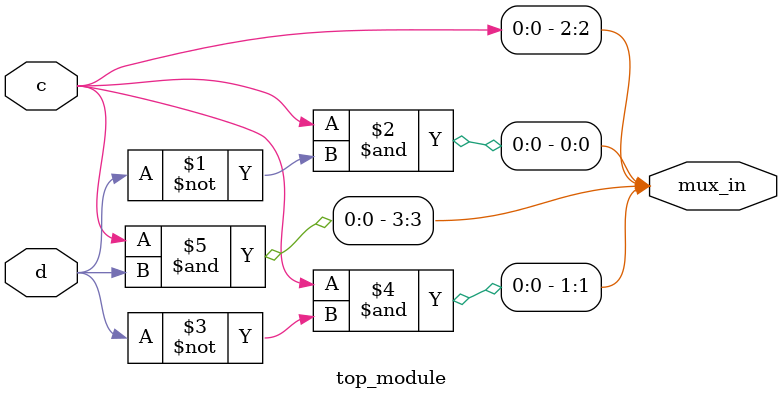
<source format=sv>
module top_module (
	input c,
	input d,
	output [3:0] mux_in
);

	assign mux_in[0] = c & ~d;
	assign mux_in[1] = c & ~d;
	assign mux_in[2] = c;
	assign mux_in[3] = c & d;

endmodule

</source>
